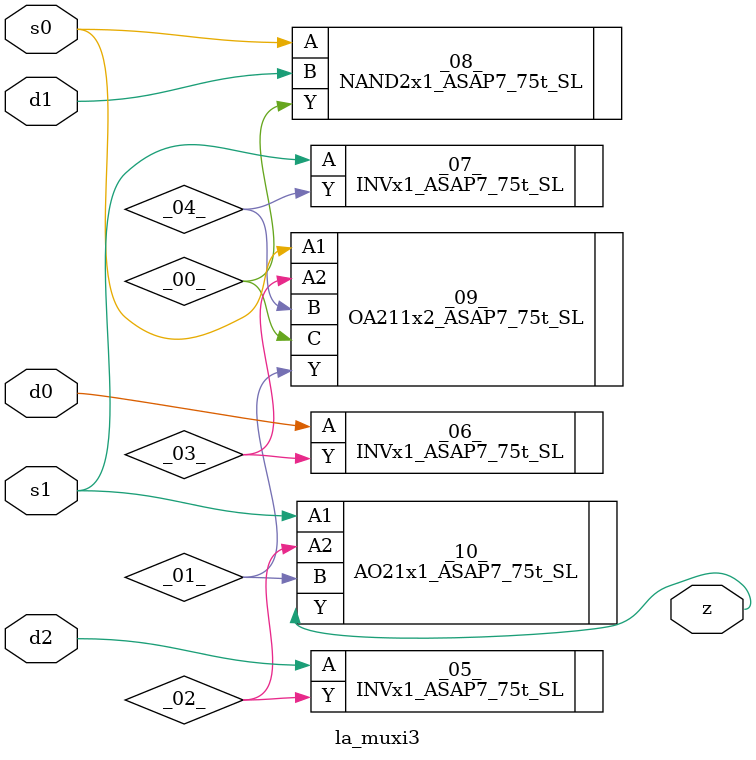
<source format=v>

/* Generated by Yosys 0.40 (git sha1 a1bb0255d, g++ 11.4.0-1ubuntu1~22.04 -fPIC -Os) */

module la_muxi3(d0, d1, d2, s0, s1, z);
  wire _00_;
  wire _01_;
  wire _02_;
  wire _03_;
  wire _04_;
  input d0;
  wire d0;
  input d1;
  wire d1;
  input d2;
  wire d2;
  input s0;
  wire s0;
  input s1;
  wire s1;
  output z;
  wire z;
  INVx1_ASAP7_75t_SL _05_ (
    .A(d2),
    .Y(_02_)
  );
  INVx1_ASAP7_75t_SL _06_ (
    .A(d0),
    .Y(_03_)
  );
  INVx1_ASAP7_75t_SL _07_ (
    .A(s1),
    .Y(_04_)
  );
  NAND2x1_ASAP7_75t_SL _08_ (
    .A(s0),
    .B(d1),
    .Y(_00_)
  );
  OA211x2_ASAP7_75t_SL _09_ (
    .A1(s0),
    .A2(_03_),
    .B(_04_),
    .C(_00_),
    .Y(_01_)
  );
  AO21x1_ASAP7_75t_SL _10_ (
    .A1(s1),
    .A2(_02_),
    .B(_01_),
    .Y(z)
  );
endmodule

</source>
